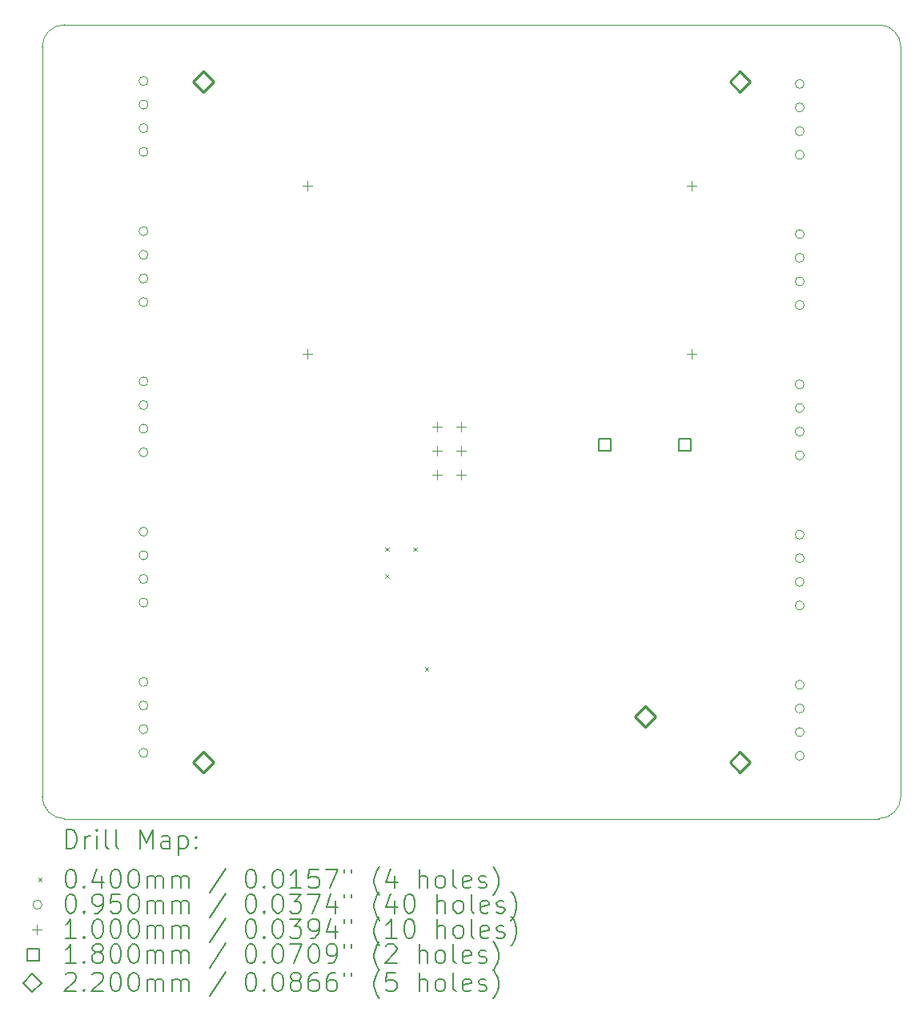
<source format=gbr>
%FSLAX45Y45*%
G04 Gerber Fmt 4.5, Leading zero omitted, Abs format (unit mm)*
G04 Created by KiCad (PCBNEW (6.0.6)) date 2022-12-02 00:17:38*
%MOMM*%
%LPD*%
G01*
G04 APERTURE LIST*
%TA.AperFunction,Profile*%
%ADD10C,0.100000*%
%TD*%
%ADD11C,0.200000*%
%ADD12C,0.040000*%
%ADD13C,0.095000*%
%ADD14C,0.100000*%
%ADD15C,0.180000*%
%ADD16C,0.220000*%
G04 APERTURE END LIST*
D10*
X19150000Y-14476680D02*
X10537520Y-14476680D01*
X10537520Y-6080480D02*
X19150000Y-6080480D01*
X19150000Y-14476680D02*
G75*
G03*
X19383680Y-14243000I0J233680D01*
G01*
X19383680Y-6314160D02*
G75*
G03*
X19150000Y-6080480I-233680J0D01*
G01*
X10303840Y-14243000D02*
X10303840Y-6314160D01*
X19383680Y-6314160D02*
X19383680Y-14243000D01*
X10303840Y-14243000D02*
G75*
G03*
X10537520Y-14476680I233680J0D01*
G01*
X10537520Y-6080480D02*
G75*
G03*
X10303840Y-6314160I0J-233680D01*
G01*
D11*
D12*
X13932220Y-11607180D02*
X13972220Y-11647180D01*
X13972220Y-11607180D02*
X13932220Y-11647180D01*
X13932220Y-11890060D02*
X13972220Y-11930060D01*
X13972220Y-11890060D02*
X13932220Y-11930060D01*
X14225260Y-11607180D02*
X14265260Y-11647180D01*
X14265260Y-11607180D02*
X14225260Y-11647180D01*
X14348780Y-12875580D02*
X14388780Y-12915580D01*
X14388780Y-12875580D02*
X14348780Y-12915580D01*
D13*
X11421620Y-6675120D02*
G75*
G03*
X11421620Y-6675120I-47500J0D01*
G01*
X11421620Y-6925120D02*
G75*
G03*
X11421620Y-6925120I-47500J0D01*
G01*
X11421620Y-7175120D02*
G75*
G03*
X11421620Y-7175120I-47500J0D01*
G01*
X11421620Y-7425120D02*
G75*
G03*
X11421620Y-7425120I-47500J0D01*
G01*
X11421620Y-8263890D02*
G75*
G03*
X11421620Y-8263890I-47500J0D01*
G01*
X11421620Y-8513890D02*
G75*
G03*
X11421620Y-8513890I-47500J0D01*
G01*
X11421620Y-8763890D02*
G75*
G03*
X11421620Y-8763890I-47500J0D01*
G01*
X11421620Y-9013890D02*
G75*
G03*
X11421620Y-9013890I-47500J0D01*
G01*
X11421620Y-9852660D02*
G75*
G03*
X11421620Y-9852660I-47500J0D01*
G01*
X11421620Y-10102660D02*
G75*
G03*
X11421620Y-10102660I-47500J0D01*
G01*
X11421620Y-10352660D02*
G75*
G03*
X11421620Y-10352660I-47500J0D01*
G01*
X11421620Y-10602660D02*
G75*
G03*
X11421620Y-10602660I-47500J0D01*
G01*
X11421620Y-11441430D02*
G75*
G03*
X11421620Y-11441430I-47500J0D01*
G01*
X11421620Y-11691430D02*
G75*
G03*
X11421620Y-11691430I-47500J0D01*
G01*
X11421620Y-11941430D02*
G75*
G03*
X11421620Y-11941430I-47500J0D01*
G01*
X11421620Y-12191430D02*
G75*
G03*
X11421620Y-12191430I-47500J0D01*
G01*
X11421620Y-13030200D02*
G75*
G03*
X11421620Y-13030200I-47500J0D01*
G01*
X11421620Y-13280200D02*
G75*
G03*
X11421620Y-13280200I-47500J0D01*
G01*
X11421620Y-13530200D02*
G75*
G03*
X11421620Y-13530200I-47500J0D01*
G01*
X11421620Y-13780200D02*
G75*
G03*
X11421620Y-13780200I-47500J0D01*
G01*
X18361340Y-6706520D02*
G75*
G03*
X18361340Y-6706520I-47500J0D01*
G01*
X18361340Y-6956520D02*
G75*
G03*
X18361340Y-6956520I-47500J0D01*
G01*
X18361340Y-7206520D02*
G75*
G03*
X18361340Y-7206520I-47500J0D01*
G01*
X18361340Y-7456520D02*
G75*
G03*
X18361340Y-7456520I-47500J0D01*
G01*
X18361340Y-8295290D02*
G75*
G03*
X18361340Y-8295290I-47500J0D01*
G01*
X18361340Y-8545290D02*
G75*
G03*
X18361340Y-8545290I-47500J0D01*
G01*
X18361340Y-8795290D02*
G75*
G03*
X18361340Y-8795290I-47500J0D01*
G01*
X18361340Y-9045290D02*
G75*
G03*
X18361340Y-9045290I-47500J0D01*
G01*
X18361340Y-9884060D02*
G75*
G03*
X18361340Y-9884060I-47500J0D01*
G01*
X18361340Y-10134060D02*
G75*
G03*
X18361340Y-10134060I-47500J0D01*
G01*
X18361340Y-10384060D02*
G75*
G03*
X18361340Y-10384060I-47500J0D01*
G01*
X18361340Y-10634060D02*
G75*
G03*
X18361340Y-10634060I-47500J0D01*
G01*
X18361340Y-11472830D02*
G75*
G03*
X18361340Y-11472830I-47500J0D01*
G01*
X18361340Y-11722830D02*
G75*
G03*
X18361340Y-11722830I-47500J0D01*
G01*
X18361340Y-11972830D02*
G75*
G03*
X18361340Y-11972830I-47500J0D01*
G01*
X18361340Y-12222830D02*
G75*
G03*
X18361340Y-12222830I-47500J0D01*
G01*
X18361340Y-13061600D02*
G75*
G03*
X18361340Y-13061600I-47500J0D01*
G01*
X18361340Y-13311600D02*
G75*
G03*
X18361340Y-13311600I-47500J0D01*
G01*
X18361340Y-13561600D02*
G75*
G03*
X18361340Y-13561600I-47500J0D01*
G01*
X18361340Y-13811600D02*
G75*
G03*
X18361340Y-13811600I-47500J0D01*
G01*
D14*
X13106400Y-7732560D02*
X13106400Y-7832560D01*
X13056400Y-7782560D02*
X13156400Y-7782560D01*
X13106400Y-9510560D02*
X13106400Y-9610560D01*
X13056400Y-9560560D02*
X13156400Y-9560560D01*
X14478000Y-10285260D02*
X14478000Y-10385260D01*
X14428000Y-10335260D02*
X14528000Y-10335260D01*
X14478000Y-10539260D02*
X14478000Y-10639260D01*
X14428000Y-10589260D02*
X14528000Y-10589260D01*
X14478000Y-10793260D02*
X14478000Y-10893260D01*
X14428000Y-10843260D02*
X14528000Y-10843260D01*
X14732000Y-10285260D02*
X14732000Y-10385260D01*
X14682000Y-10335260D02*
X14782000Y-10335260D01*
X14732000Y-10539260D02*
X14732000Y-10639260D01*
X14682000Y-10589260D02*
X14782000Y-10589260D01*
X14732000Y-10793260D02*
X14732000Y-10893260D01*
X14682000Y-10843260D02*
X14782000Y-10843260D01*
X17170400Y-7732560D02*
X17170400Y-7832560D01*
X17120400Y-7782560D02*
X17220400Y-7782560D01*
X17170400Y-9510560D02*
X17170400Y-9610560D01*
X17120400Y-9560560D02*
X17220400Y-9560560D01*
D15*
X16314560Y-10589680D02*
X16314560Y-10462400D01*
X16187280Y-10462400D01*
X16187280Y-10589680D01*
X16314560Y-10589680D01*
X17165160Y-10589680D02*
X17165160Y-10462400D01*
X17037880Y-10462400D01*
X17037880Y-10589680D01*
X17165160Y-10589680D01*
D16*
X12003840Y-6790480D02*
X12113840Y-6680480D01*
X12003840Y-6570480D01*
X11893840Y-6680480D01*
X12003840Y-6790480D01*
X12003840Y-13986680D02*
X12113840Y-13876680D01*
X12003840Y-13766680D01*
X11893840Y-13876680D01*
X12003840Y-13986680D01*
X16677640Y-13504640D02*
X16787640Y-13394640D01*
X16677640Y-13284640D01*
X16567640Y-13394640D01*
X16677640Y-13504640D01*
X17683680Y-6790480D02*
X17793680Y-6680480D01*
X17683680Y-6570480D01*
X17573680Y-6680480D01*
X17683680Y-6790480D01*
X17683680Y-13986680D02*
X17793680Y-13876680D01*
X17683680Y-13766680D01*
X17573680Y-13876680D01*
X17683680Y-13986680D01*
D11*
X10556459Y-14792156D02*
X10556459Y-14592156D01*
X10604078Y-14592156D01*
X10632650Y-14601680D01*
X10651697Y-14620728D01*
X10661221Y-14639775D01*
X10670745Y-14677870D01*
X10670745Y-14706442D01*
X10661221Y-14744537D01*
X10651697Y-14763585D01*
X10632650Y-14782632D01*
X10604078Y-14792156D01*
X10556459Y-14792156D01*
X10756459Y-14792156D02*
X10756459Y-14658823D01*
X10756459Y-14696918D02*
X10765983Y-14677870D01*
X10775507Y-14668347D01*
X10794554Y-14658823D01*
X10813602Y-14658823D01*
X10880269Y-14792156D02*
X10880269Y-14658823D01*
X10880269Y-14592156D02*
X10870745Y-14601680D01*
X10880269Y-14611204D01*
X10889792Y-14601680D01*
X10880269Y-14592156D01*
X10880269Y-14611204D01*
X11004078Y-14792156D02*
X10985030Y-14782632D01*
X10975507Y-14763585D01*
X10975507Y-14592156D01*
X11108840Y-14792156D02*
X11089792Y-14782632D01*
X11080269Y-14763585D01*
X11080269Y-14592156D01*
X11337411Y-14792156D02*
X11337411Y-14592156D01*
X11404078Y-14735013D01*
X11470745Y-14592156D01*
X11470745Y-14792156D01*
X11651697Y-14792156D02*
X11651697Y-14687394D01*
X11642173Y-14668347D01*
X11623126Y-14658823D01*
X11585030Y-14658823D01*
X11565983Y-14668347D01*
X11651697Y-14782632D02*
X11632649Y-14792156D01*
X11585030Y-14792156D01*
X11565983Y-14782632D01*
X11556459Y-14763585D01*
X11556459Y-14744537D01*
X11565983Y-14725489D01*
X11585030Y-14715966D01*
X11632649Y-14715966D01*
X11651697Y-14706442D01*
X11746935Y-14658823D02*
X11746935Y-14858823D01*
X11746935Y-14668347D02*
X11765983Y-14658823D01*
X11804078Y-14658823D01*
X11823126Y-14668347D01*
X11832649Y-14677870D01*
X11842173Y-14696918D01*
X11842173Y-14754061D01*
X11832649Y-14773108D01*
X11823126Y-14782632D01*
X11804078Y-14792156D01*
X11765983Y-14792156D01*
X11746935Y-14782632D01*
X11927888Y-14773108D02*
X11937411Y-14782632D01*
X11927888Y-14792156D01*
X11918364Y-14782632D01*
X11927888Y-14773108D01*
X11927888Y-14792156D01*
X11927888Y-14668347D02*
X11937411Y-14677870D01*
X11927888Y-14687394D01*
X11918364Y-14677870D01*
X11927888Y-14668347D01*
X11927888Y-14687394D01*
D12*
X10258840Y-15101680D02*
X10298840Y-15141680D01*
X10298840Y-15101680D02*
X10258840Y-15141680D01*
D11*
X10594554Y-15012156D02*
X10613602Y-15012156D01*
X10632650Y-15021680D01*
X10642173Y-15031204D01*
X10651697Y-15050251D01*
X10661221Y-15088347D01*
X10661221Y-15135966D01*
X10651697Y-15174061D01*
X10642173Y-15193108D01*
X10632650Y-15202632D01*
X10613602Y-15212156D01*
X10594554Y-15212156D01*
X10575507Y-15202632D01*
X10565983Y-15193108D01*
X10556459Y-15174061D01*
X10546935Y-15135966D01*
X10546935Y-15088347D01*
X10556459Y-15050251D01*
X10565983Y-15031204D01*
X10575507Y-15021680D01*
X10594554Y-15012156D01*
X10746935Y-15193108D02*
X10756459Y-15202632D01*
X10746935Y-15212156D01*
X10737411Y-15202632D01*
X10746935Y-15193108D01*
X10746935Y-15212156D01*
X10927888Y-15078823D02*
X10927888Y-15212156D01*
X10880269Y-15002632D02*
X10832650Y-15145489D01*
X10956459Y-15145489D01*
X11070745Y-15012156D02*
X11089792Y-15012156D01*
X11108840Y-15021680D01*
X11118364Y-15031204D01*
X11127888Y-15050251D01*
X11137411Y-15088347D01*
X11137411Y-15135966D01*
X11127888Y-15174061D01*
X11118364Y-15193108D01*
X11108840Y-15202632D01*
X11089792Y-15212156D01*
X11070745Y-15212156D01*
X11051697Y-15202632D01*
X11042173Y-15193108D01*
X11032650Y-15174061D01*
X11023126Y-15135966D01*
X11023126Y-15088347D01*
X11032650Y-15050251D01*
X11042173Y-15031204D01*
X11051697Y-15021680D01*
X11070745Y-15012156D01*
X11261221Y-15012156D02*
X11280268Y-15012156D01*
X11299316Y-15021680D01*
X11308840Y-15031204D01*
X11318364Y-15050251D01*
X11327888Y-15088347D01*
X11327888Y-15135966D01*
X11318364Y-15174061D01*
X11308840Y-15193108D01*
X11299316Y-15202632D01*
X11280268Y-15212156D01*
X11261221Y-15212156D01*
X11242173Y-15202632D01*
X11232649Y-15193108D01*
X11223126Y-15174061D01*
X11213602Y-15135966D01*
X11213602Y-15088347D01*
X11223126Y-15050251D01*
X11232649Y-15031204D01*
X11242173Y-15021680D01*
X11261221Y-15012156D01*
X11413602Y-15212156D02*
X11413602Y-15078823D01*
X11413602Y-15097870D02*
X11423126Y-15088347D01*
X11442173Y-15078823D01*
X11470745Y-15078823D01*
X11489792Y-15088347D01*
X11499316Y-15107394D01*
X11499316Y-15212156D01*
X11499316Y-15107394D02*
X11508840Y-15088347D01*
X11527888Y-15078823D01*
X11556459Y-15078823D01*
X11575507Y-15088347D01*
X11585030Y-15107394D01*
X11585030Y-15212156D01*
X11680268Y-15212156D02*
X11680268Y-15078823D01*
X11680268Y-15097870D02*
X11689792Y-15088347D01*
X11708840Y-15078823D01*
X11737411Y-15078823D01*
X11756459Y-15088347D01*
X11765983Y-15107394D01*
X11765983Y-15212156D01*
X11765983Y-15107394D02*
X11775507Y-15088347D01*
X11794554Y-15078823D01*
X11823126Y-15078823D01*
X11842173Y-15088347D01*
X11851697Y-15107394D01*
X11851697Y-15212156D01*
X12242173Y-15002632D02*
X12070745Y-15259775D01*
X12499316Y-15012156D02*
X12518364Y-15012156D01*
X12537411Y-15021680D01*
X12546935Y-15031204D01*
X12556459Y-15050251D01*
X12565983Y-15088347D01*
X12565983Y-15135966D01*
X12556459Y-15174061D01*
X12546935Y-15193108D01*
X12537411Y-15202632D01*
X12518364Y-15212156D01*
X12499316Y-15212156D01*
X12480268Y-15202632D01*
X12470745Y-15193108D01*
X12461221Y-15174061D01*
X12451697Y-15135966D01*
X12451697Y-15088347D01*
X12461221Y-15050251D01*
X12470745Y-15031204D01*
X12480268Y-15021680D01*
X12499316Y-15012156D01*
X12651697Y-15193108D02*
X12661221Y-15202632D01*
X12651697Y-15212156D01*
X12642173Y-15202632D01*
X12651697Y-15193108D01*
X12651697Y-15212156D01*
X12785030Y-15012156D02*
X12804078Y-15012156D01*
X12823126Y-15021680D01*
X12832649Y-15031204D01*
X12842173Y-15050251D01*
X12851697Y-15088347D01*
X12851697Y-15135966D01*
X12842173Y-15174061D01*
X12832649Y-15193108D01*
X12823126Y-15202632D01*
X12804078Y-15212156D01*
X12785030Y-15212156D01*
X12765983Y-15202632D01*
X12756459Y-15193108D01*
X12746935Y-15174061D01*
X12737411Y-15135966D01*
X12737411Y-15088347D01*
X12746935Y-15050251D01*
X12756459Y-15031204D01*
X12765983Y-15021680D01*
X12785030Y-15012156D01*
X13042173Y-15212156D02*
X12927888Y-15212156D01*
X12985030Y-15212156D02*
X12985030Y-15012156D01*
X12965983Y-15040728D01*
X12946935Y-15059775D01*
X12927888Y-15069299D01*
X13223126Y-15012156D02*
X13127888Y-15012156D01*
X13118364Y-15107394D01*
X13127888Y-15097870D01*
X13146935Y-15088347D01*
X13194554Y-15088347D01*
X13213602Y-15097870D01*
X13223126Y-15107394D01*
X13232649Y-15126442D01*
X13232649Y-15174061D01*
X13223126Y-15193108D01*
X13213602Y-15202632D01*
X13194554Y-15212156D01*
X13146935Y-15212156D01*
X13127888Y-15202632D01*
X13118364Y-15193108D01*
X13299316Y-15012156D02*
X13432649Y-15012156D01*
X13346935Y-15212156D01*
X13499316Y-15012156D02*
X13499316Y-15050251D01*
X13575507Y-15012156D02*
X13575507Y-15050251D01*
X13870745Y-15288347D02*
X13861221Y-15278823D01*
X13842173Y-15250251D01*
X13832649Y-15231204D01*
X13823126Y-15202632D01*
X13813602Y-15155013D01*
X13813602Y-15116918D01*
X13823126Y-15069299D01*
X13832649Y-15040728D01*
X13842173Y-15021680D01*
X13861221Y-14993108D01*
X13870745Y-14983585D01*
X14032649Y-15078823D02*
X14032649Y-15212156D01*
X13985030Y-15002632D02*
X13937411Y-15145489D01*
X14061221Y-15145489D01*
X14289792Y-15212156D02*
X14289792Y-15012156D01*
X14375507Y-15212156D02*
X14375507Y-15107394D01*
X14365983Y-15088347D01*
X14346935Y-15078823D01*
X14318364Y-15078823D01*
X14299316Y-15088347D01*
X14289792Y-15097870D01*
X14499316Y-15212156D02*
X14480268Y-15202632D01*
X14470745Y-15193108D01*
X14461221Y-15174061D01*
X14461221Y-15116918D01*
X14470745Y-15097870D01*
X14480268Y-15088347D01*
X14499316Y-15078823D01*
X14527888Y-15078823D01*
X14546935Y-15088347D01*
X14556459Y-15097870D01*
X14565983Y-15116918D01*
X14565983Y-15174061D01*
X14556459Y-15193108D01*
X14546935Y-15202632D01*
X14527888Y-15212156D01*
X14499316Y-15212156D01*
X14680268Y-15212156D02*
X14661221Y-15202632D01*
X14651697Y-15183585D01*
X14651697Y-15012156D01*
X14832649Y-15202632D02*
X14813602Y-15212156D01*
X14775507Y-15212156D01*
X14756459Y-15202632D01*
X14746935Y-15183585D01*
X14746935Y-15107394D01*
X14756459Y-15088347D01*
X14775507Y-15078823D01*
X14813602Y-15078823D01*
X14832649Y-15088347D01*
X14842173Y-15107394D01*
X14842173Y-15126442D01*
X14746935Y-15145489D01*
X14918364Y-15202632D02*
X14937411Y-15212156D01*
X14975507Y-15212156D01*
X14994554Y-15202632D01*
X15004078Y-15183585D01*
X15004078Y-15174061D01*
X14994554Y-15155013D01*
X14975507Y-15145489D01*
X14946935Y-15145489D01*
X14927888Y-15135966D01*
X14918364Y-15116918D01*
X14918364Y-15107394D01*
X14927888Y-15088347D01*
X14946935Y-15078823D01*
X14975507Y-15078823D01*
X14994554Y-15088347D01*
X15070745Y-15288347D02*
X15080268Y-15278823D01*
X15099316Y-15250251D01*
X15108840Y-15231204D01*
X15118364Y-15202632D01*
X15127888Y-15155013D01*
X15127888Y-15116918D01*
X15118364Y-15069299D01*
X15108840Y-15040728D01*
X15099316Y-15021680D01*
X15080268Y-14993108D01*
X15070745Y-14983585D01*
D13*
X10298840Y-15385680D02*
G75*
G03*
X10298840Y-15385680I-47500J0D01*
G01*
D11*
X10594554Y-15276156D02*
X10613602Y-15276156D01*
X10632650Y-15285680D01*
X10642173Y-15295204D01*
X10651697Y-15314251D01*
X10661221Y-15352347D01*
X10661221Y-15399966D01*
X10651697Y-15438061D01*
X10642173Y-15457108D01*
X10632650Y-15466632D01*
X10613602Y-15476156D01*
X10594554Y-15476156D01*
X10575507Y-15466632D01*
X10565983Y-15457108D01*
X10556459Y-15438061D01*
X10546935Y-15399966D01*
X10546935Y-15352347D01*
X10556459Y-15314251D01*
X10565983Y-15295204D01*
X10575507Y-15285680D01*
X10594554Y-15276156D01*
X10746935Y-15457108D02*
X10756459Y-15466632D01*
X10746935Y-15476156D01*
X10737411Y-15466632D01*
X10746935Y-15457108D01*
X10746935Y-15476156D01*
X10851697Y-15476156D02*
X10889792Y-15476156D01*
X10908840Y-15466632D01*
X10918364Y-15457108D01*
X10937411Y-15428537D01*
X10946935Y-15390442D01*
X10946935Y-15314251D01*
X10937411Y-15295204D01*
X10927888Y-15285680D01*
X10908840Y-15276156D01*
X10870745Y-15276156D01*
X10851697Y-15285680D01*
X10842173Y-15295204D01*
X10832650Y-15314251D01*
X10832650Y-15361870D01*
X10842173Y-15380918D01*
X10851697Y-15390442D01*
X10870745Y-15399966D01*
X10908840Y-15399966D01*
X10927888Y-15390442D01*
X10937411Y-15380918D01*
X10946935Y-15361870D01*
X11127888Y-15276156D02*
X11032650Y-15276156D01*
X11023126Y-15371394D01*
X11032650Y-15361870D01*
X11051697Y-15352347D01*
X11099316Y-15352347D01*
X11118364Y-15361870D01*
X11127888Y-15371394D01*
X11137411Y-15390442D01*
X11137411Y-15438061D01*
X11127888Y-15457108D01*
X11118364Y-15466632D01*
X11099316Y-15476156D01*
X11051697Y-15476156D01*
X11032650Y-15466632D01*
X11023126Y-15457108D01*
X11261221Y-15276156D02*
X11280268Y-15276156D01*
X11299316Y-15285680D01*
X11308840Y-15295204D01*
X11318364Y-15314251D01*
X11327888Y-15352347D01*
X11327888Y-15399966D01*
X11318364Y-15438061D01*
X11308840Y-15457108D01*
X11299316Y-15466632D01*
X11280268Y-15476156D01*
X11261221Y-15476156D01*
X11242173Y-15466632D01*
X11232649Y-15457108D01*
X11223126Y-15438061D01*
X11213602Y-15399966D01*
X11213602Y-15352347D01*
X11223126Y-15314251D01*
X11232649Y-15295204D01*
X11242173Y-15285680D01*
X11261221Y-15276156D01*
X11413602Y-15476156D02*
X11413602Y-15342823D01*
X11413602Y-15361870D02*
X11423126Y-15352347D01*
X11442173Y-15342823D01*
X11470745Y-15342823D01*
X11489792Y-15352347D01*
X11499316Y-15371394D01*
X11499316Y-15476156D01*
X11499316Y-15371394D02*
X11508840Y-15352347D01*
X11527888Y-15342823D01*
X11556459Y-15342823D01*
X11575507Y-15352347D01*
X11585030Y-15371394D01*
X11585030Y-15476156D01*
X11680268Y-15476156D02*
X11680268Y-15342823D01*
X11680268Y-15361870D02*
X11689792Y-15352347D01*
X11708840Y-15342823D01*
X11737411Y-15342823D01*
X11756459Y-15352347D01*
X11765983Y-15371394D01*
X11765983Y-15476156D01*
X11765983Y-15371394D02*
X11775507Y-15352347D01*
X11794554Y-15342823D01*
X11823126Y-15342823D01*
X11842173Y-15352347D01*
X11851697Y-15371394D01*
X11851697Y-15476156D01*
X12242173Y-15266632D02*
X12070745Y-15523775D01*
X12499316Y-15276156D02*
X12518364Y-15276156D01*
X12537411Y-15285680D01*
X12546935Y-15295204D01*
X12556459Y-15314251D01*
X12565983Y-15352347D01*
X12565983Y-15399966D01*
X12556459Y-15438061D01*
X12546935Y-15457108D01*
X12537411Y-15466632D01*
X12518364Y-15476156D01*
X12499316Y-15476156D01*
X12480268Y-15466632D01*
X12470745Y-15457108D01*
X12461221Y-15438061D01*
X12451697Y-15399966D01*
X12451697Y-15352347D01*
X12461221Y-15314251D01*
X12470745Y-15295204D01*
X12480268Y-15285680D01*
X12499316Y-15276156D01*
X12651697Y-15457108D02*
X12661221Y-15466632D01*
X12651697Y-15476156D01*
X12642173Y-15466632D01*
X12651697Y-15457108D01*
X12651697Y-15476156D01*
X12785030Y-15276156D02*
X12804078Y-15276156D01*
X12823126Y-15285680D01*
X12832649Y-15295204D01*
X12842173Y-15314251D01*
X12851697Y-15352347D01*
X12851697Y-15399966D01*
X12842173Y-15438061D01*
X12832649Y-15457108D01*
X12823126Y-15466632D01*
X12804078Y-15476156D01*
X12785030Y-15476156D01*
X12765983Y-15466632D01*
X12756459Y-15457108D01*
X12746935Y-15438061D01*
X12737411Y-15399966D01*
X12737411Y-15352347D01*
X12746935Y-15314251D01*
X12756459Y-15295204D01*
X12765983Y-15285680D01*
X12785030Y-15276156D01*
X12918364Y-15276156D02*
X13042173Y-15276156D01*
X12975507Y-15352347D01*
X13004078Y-15352347D01*
X13023126Y-15361870D01*
X13032649Y-15371394D01*
X13042173Y-15390442D01*
X13042173Y-15438061D01*
X13032649Y-15457108D01*
X13023126Y-15466632D01*
X13004078Y-15476156D01*
X12946935Y-15476156D01*
X12927888Y-15466632D01*
X12918364Y-15457108D01*
X13108840Y-15276156D02*
X13242173Y-15276156D01*
X13156459Y-15476156D01*
X13404078Y-15342823D02*
X13404078Y-15476156D01*
X13356459Y-15266632D02*
X13308840Y-15409489D01*
X13432649Y-15409489D01*
X13499316Y-15276156D02*
X13499316Y-15314251D01*
X13575507Y-15276156D02*
X13575507Y-15314251D01*
X13870745Y-15552347D02*
X13861221Y-15542823D01*
X13842173Y-15514251D01*
X13832649Y-15495204D01*
X13823126Y-15466632D01*
X13813602Y-15419013D01*
X13813602Y-15380918D01*
X13823126Y-15333299D01*
X13832649Y-15304728D01*
X13842173Y-15285680D01*
X13861221Y-15257108D01*
X13870745Y-15247585D01*
X14032649Y-15342823D02*
X14032649Y-15476156D01*
X13985030Y-15266632D02*
X13937411Y-15409489D01*
X14061221Y-15409489D01*
X14175507Y-15276156D02*
X14194554Y-15276156D01*
X14213602Y-15285680D01*
X14223126Y-15295204D01*
X14232649Y-15314251D01*
X14242173Y-15352347D01*
X14242173Y-15399966D01*
X14232649Y-15438061D01*
X14223126Y-15457108D01*
X14213602Y-15466632D01*
X14194554Y-15476156D01*
X14175507Y-15476156D01*
X14156459Y-15466632D01*
X14146935Y-15457108D01*
X14137411Y-15438061D01*
X14127888Y-15399966D01*
X14127888Y-15352347D01*
X14137411Y-15314251D01*
X14146935Y-15295204D01*
X14156459Y-15285680D01*
X14175507Y-15276156D01*
X14480268Y-15476156D02*
X14480268Y-15276156D01*
X14565983Y-15476156D02*
X14565983Y-15371394D01*
X14556459Y-15352347D01*
X14537411Y-15342823D01*
X14508840Y-15342823D01*
X14489792Y-15352347D01*
X14480268Y-15361870D01*
X14689792Y-15476156D02*
X14670745Y-15466632D01*
X14661221Y-15457108D01*
X14651697Y-15438061D01*
X14651697Y-15380918D01*
X14661221Y-15361870D01*
X14670745Y-15352347D01*
X14689792Y-15342823D01*
X14718364Y-15342823D01*
X14737411Y-15352347D01*
X14746935Y-15361870D01*
X14756459Y-15380918D01*
X14756459Y-15438061D01*
X14746935Y-15457108D01*
X14737411Y-15466632D01*
X14718364Y-15476156D01*
X14689792Y-15476156D01*
X14870745Y-15476156D02*
X14851697Y-15466632D01*
X14842173Y-15447585D01*
X14842173Y-15276156D01*
X15023126Y-15466632D02*
X15004078Y-15476156D01*
X14965983Y-15476156D01*
X14946935Y-15466632D01*
X14937411Y-15447585D01*
X14937411Y-15371394D01*
X14946935Y-15352347D01*
X14965983Y-15342823D01*
X15004078Y-15342823D01*
X15023126Y-15352347D01*
X15032649Y-15371394D01*
X15032649Y-15390442D01*
X14937411Y-15409489D01*
X15108840Y-15466632D02*
X15127888Y-15476156D01*
X15165983Y-15476156D01*
X15185030Y-15466632D01*
X15194554Y-15447585D01*
X15194554Y-15438061D01*
X15185030Y-15419013D01*
X15165983Y-15409489D01*
X15137411Y-15409489D01*
X15118364Y-15399966D01*
X15108840Y-15380918D01*
X15108840Y-15371394D01*
X15118364Y-15352347D01*
X15137411Y-15342823D01*
X15165983Y-15342823D01*
X15185030Y-15352347D01*
X15261221Y-15552347D02*
X15270745Y-15542823D01*
X15289792Y-15514251D01*
X15299316Y-15495204D01*
X15308840Y-15466632D01*
X15318364Y-15419013D01*
X15318364Y-15380918D01*
X15308840Y-15333299D01*
X15299316Y-15304728D01*
X15289792Y-15285680D01*
X15270745Y-15257108D01*
X15261221Y-15247585D01*
D14*
X10248840Y-15599680D02*
X10248840Y-15699680D01*
X10198840Y-15649680D02*
X10298840Y-15649680D01*
D11*
X10661221Y-15740156D02*
X10546935Y-15740156D01*
X10604078Y-15740156D02*
X10604078Y-15540156D01*
X10585030Y-15568728D01*
X10565983Y-15587775D01*
X10546935Y-15597299D01*
X10746935Y-15721108D02*
X10756459Y-15730632D01*
X10746935Y-15740156D01*
X10737411Y-15730632D01*
X10746935Y-15721108D01*
X10746935Y-15740156D01*
X10880269Y-15540156D02*
X10899316Y-15540156D01*
X10918364Y-15549680D01*
X10927888Y-15559204D01*
X10937411Y-15578251D01*
X10946935Y-15616347D01*
X10946935Y-15663966D01*
X10937411Y-15702061D01*
X10927888Y-15721108D01*
X10918364Y-15730632D01*
X10899316Y-15740156D01*
X10880269Y-15740156D01*
X10861221Y-15730632D01*
X10851697Y-15721108D01*
X10842173Y-15702061D01*
X10832650Y-15663966D01*
X10832650Y-15616347D01*
X10842173Y-15578251D01*
X10851697Y-15559204D01*
X10861221Y-15549680D01*
X10880269Y-15540156D01*
X11070745Y-15540156D02*
X11089792Y-15540156D01*
X11108840Y-15549680D01*
X11118364Y-15559204D01*
X11127888Y-15578251D01*
X11137411Y-15616347D01*
X11137411Y-15663966D01*
X11127888Y-15702061D01*
X11118364Y-15721108D01*
X11108840Y-15730632D01*
X11089792Y-15740156D01*
X11070745Y-15740156D01*
X11051697Y-15730632D01*
X11042173Y-15721108D01*
X11032650Y-15702061D01*
X11023126Y-15663966D01*
X11023126Y-15616347D01*
X11032650Y-15578251D01*
X11042173Y-15559204D01*
X11051697Y-15549680D01*
X11070745Y-15540156D01*
X11261221Y-15540156D02*
X11280268Y-15540156D01*
X11299316Y-15549680D01*
X11308840Y-15559204D01*
X11318364Y-15578251D01*
X11327888Y-15616347D01*
X11327888Y-15663966D01*
X11318364Y-15702061D01*
X11308840Y-15721108D01*
X11299316Y-15730632D01*
X11280268Y-15740156D01*
X11261221Y-15740156D01*
X11242173Y-15730632D01*
X11232649Y-15721108D01*
X11223126Y-15702061D01*
X11213602Y-15663966D01*
X11213602Y-15616347D01*
X11223126Y-15578251D01*
X11232649Y-15559204D01*
X11242173Y-15549680D01*
X11261221Y-15540156D01*
X11413602Y-15740156D02*
X11413602Y-15606823D01*
X11413602Y-15625870D02*
X11423126Y-15616347D01*
X11442173Y-15606823D01*
X11470745Y-15606823D01*
X11489792Y-15616347D01*
X11499316Y-15635394D01*
X11499316Y-15740156D01*
X11499316Y-15635394D02*
X11508840Y-15616347D01*
X11527888Y-15606823D01*
X11556459Y-15606823D01*
X11575507Y-15616347D01*
X11585030Y-15635394D01*
X11585030Y-15740156D01*
X11680268Y-15740156D02*
X11680268Y-15606823D01*
X11680268Y-15625870D02*
X11689792Y-15616347D01*
X11708840Y-15606823D01*
X11737411Y-15606823D01*
X11756459Y-15616347D01*
X11765983Y-15635394D01*
X11765983Y-15740156D01*
X11765983Y-15635394D02*
X11775507Y-15616347D01*
X11794554Y-15606823D01*
X11823126Y-15606823D01*
X11842173Y-15616347D01*
X11851697Y-15635394D01*
X11851697Y-15740156D01*
X12242173Y-15530632D02*
X12070745Y-15787775D01*
X12499316Y-15540156D02*
X12518364Y-15540156D01*
X12537411Y-15549680D01*
X12546935Y-15559204D01*
X12556459Y-15578251D01*
X12565983Y-15616347D01*
X12565983Y-15663966D01*
X12556459Y-15702061D01*
X12546935Y-15721108D01*
X12537411Y-15730632D01*
X12518364Y-15740156D01*
X12499316Y-15740156D01*
X12480268Y-15730632D01*
X12470745Y-15721108D01*
X12461221Y-15702061D01*
X12451697Y-15663966D01*
X12451697Y-15616347D01*
X12461221Y-15578251D01*
X12470745Y-15559204D01*
X12480268Y-15549680D01*
X12499316Y-15540156D01*
X12651697Y-15721108D02*
X12661221Y-15730632D01*
X12651697Y-15740156D01*
X12642173Y-15730632D01*
X12651697Y-15721108D01*
X12651697Y-15740156D01*
X12785030Y-15540156D02*
X12804078Y-15540156D01*
X12823126Y-15549680D01*
X12832649Y-15559204D01*
X12842173Y-15578251D01*
X12851697Y-15616347D01*
X12851697Y-15663966D01*
X12842173Y-15702061D01*
X12832649Y-15721108D01*
X12823126Y-15730632D01*
X12804078Y-15740156D01*
X12785030Y-15740156D01*
X12765983Y-15730632D01*
X12756459Y-15721108D01*
X12746935Y-15702061D01*
X12737411Y-15663966D01*
X12737411Y-15616347D01*
X12746935Y-15578251D01*
X12756459Y-15559204D01*
X12765983Y-15549680D01*
X12785030Y-15540156D01*
X12918364Y-15540156D02*
X13042173Y-15540156D01*
X12975507Y-15616347D01*
X13004078Y-15616347D01*
X13023126Y-15625870D01*
X13032649Y-15635394D01*
X13042173Y-15654442D01*
X13042173Y-15702061D01*
X13032649Y-15721108D01*
X13023126Y-15730632D01*
X13004078Y-15740156D01*
X12946935Y-15740156D01*
X12927888Y-15730632D01*
X12918364Y-15721108D01*
X13137411Y-15740156D02*
X13175507Y-15740156D01*
X13194554Y-15730632D01*
X13204078Y-15721108D01*
X13223126Y-15692537D01*
X13232649Y-15654442D01*
X13232649Y-15578251D01*
X13223126Y-15559204D01*
X13213602Y-15549680D01*
X13194554Y-15540156D01*
X13156459Y-15540156D01*
X13137411Y-15549680D01*
X13127888Y-15559204D01*
X13118364Y-15578251D01*
X13118364Y-15625870D01*
X13127888Y-15644918D01*
X13137411Y-15654442D01*
X13156459Y-15663966D01*
X13194554Y-15663966D01*
X13213602Y-15654442D01*
X13223126Y-15644918D01*
X13232649Y-15625870D01*
X13404078Y-15606823D02*
X13404078Y-15740156D01*
X13356459Y-15530632D02*
X13308840Y-15673489D01*
X13432649Y-15673489D01*
X13499316Y-15540156D02*
X13499316Y-15578251D01*
X13575507Y-15540156D02*
X13575507Y-15578251D01*
X13870745Y-15816347D02*
X13861221Y-15806823D01*
X13842173Y-15778251D01*
X13832649Y-15759204D01*
X13823126Y-15730632D01*
X13813602Y-15683013D01*
X13813602Y-15644918D01*
X13823126Y-15597299D01*
X13832649Y-15568728D01*
X13842173Y-15549680D01*
X13861221Y-15521108D01*
X13870745Y-15511585D01*
X14051697Y-15740156D02*
X13937411Y-15740156D01*
X13994554Y-15740156D02*
X13994554Y-15540156D01*
X13975507Y-15568728D01*
X13956459Y-15587775D01*
X13937411Y-15597299D01*
X14175507Y-15540156D02*
X14194554Y-15540156D01*
X14213602Y-15549680D01*
X14223126Y-15559204D01*
X14232649Y-15578251D01*
X14242173Y-15616347D01*
X14242173Y-15663966D01*
X14232649Y-15702061D01*
X14223126Y-15721108D01*
X14213602Y-15730632D01*
X14194554Y-15740156D01*
X14175507Y-15740156D01*
X14156459Y-15730632D01*
X14146935Y-15721108D01*
X14137411Y-15702061D01*
X14127888Y-15663966D01*
X14127888Y-15616347D01*
X14137411Y-15578251D01*
X14146935Y-15559204D01*
X14156459Y-15549680D01*
X14175507Y-15540156D01*
X14480268Y-15740156D02*
X14480268Y-15540156D01*
X14565983Y-15740156D02*
X14565983Y-15635394D01*
X14556459Y-15616347D01*
X14537411Y-15606823D01*
X14508840Y-15606823D01*
X14489792Y-15616347D01*
X14480268Y-15625870D01*
X14689792Y-15740156D02*
X14670745Y-15730632D01*
X14661221Y-15721108D01*
X14651697Y-15702061D01*
X14651697Y-15644918D01*
X14661221Y-15625870D01*
X14670745Y-15616347D01*
X14689792Y-15606823D01*
X14718364Y-15606823D01*
X14737411Y-15616347D01*
X14746935Y-15625870D01*
X14756459Y-15644918D01*
X14756459Y-15702061D01*
X14746935Y-15721108D01*
X14737411Y-15730632D01*
X14718364Y-15740156D01*
X14689792Y-15740156D01*
X14870745Y-15740156D02*
X14851697Y-15730632D01*
X14842173Y-15711585D01*
X14842173Y-15540156D01*
X15023126Y-15730632D02*
X15004078Y-15740156D01*
X14965983Y-15740156D01*
X14946935Y-15730632D01*
X14937411Y-15711585D01*
X14937411Y-15635394D01*
X14946935Y-15616347D01*
X14965983Y-15606823D01*
X15004078Y-15606823D01*
X15023126Y-15616347D01*
X15032649Y-15635394D01*
X15032649Y-15654442D01*
X14937411Y-15673489D01*
X15108840Y-15730632D02*
X15127888Y-15740156D01*
X15165983Y-15740156D01*
X15185030Y-15730632D01*
X15194554Y-15711585D01*
X15194554Y-15702061D01*
X15185030Y-15683013D01*
X15165983Y-15673489D01*
X15137411Y-15673489D01*
X15118364Y-15663966D01*
X15108840Y-15644918D01*
X15108840Y-15635394D01*
X15118364Y-15616347D01*
X15137411Y-15606823D01*
X15165983Y-15606823D01*
X15185030Y-15616347D01*
X15261221Y-15816347D02*
X15270745Y-15806823D01*
X15289792Y-15778251D01*
X15299316Y-15759204D01*
X15308840Y-15730632D01*
X15318364Y-15683013D01*
X15318364Y-15644918D01*
X15308840Y-15597299D01*
X15299316Y-15568728D01*
X15289792Y-15549680D01*
X15270745Y-15521108D01*
X15261221Y-15511585D01*
D15*
X10272480Y-15977320D02*
X10272480Y-15850040D01*
X10145200Y-15850040D01*
X10145200Y-15977320D01*
X10272480Y-15977320D01*
D11*
X10661221Y-16004156D02*
X10546935Y-16004156D01*
X10604078Y-16004156D02*
X10604078Y-15804156D01*
X10585030Y-15832728D01*
X10565983Y-15851775D01*
X10546935Y-15861299D01*
X10746935Y-15985108D02*
X10756459Y-15994632D01*
X10746935Y-16004156D01*
X10737411Y-15994632D01*
X10746935Y-15985108D01*
X10746935Y-16004156D01*
X10870745Y-15889870D02*
X10851697Y-15880347D01*
X10842173Y-15870823D01*
X10832650Y-15851775D01*
X10832650Y-15842251D01*
X10842173Y-15823204D01*
X10851697Y-15813680D01*
X10870745Y-15804156D01*
X10908840Y-15804156D01*
X10927888Y-15813680D01*
X10937411Y-15823204D01*
X10946935Y-15842251D01*
X10946935Y-15851775D01*
X10937411Y-15870823D01*
X10927888Y-15880347D01*
X10908840Y-15889870D01*
X10870745Y-15889870D01*
X10851697Y-15899394D01*
X10842173Y-15908918D01*
X10832650Y-15927966D01*
X10832650Y-15966061D01*
X10842173Y-15985108D01*
X10851697Y-15994632D01*
X10870745Y-16004156D01*
X10908840Y-16004156D01*
X10927888Y-15994632D01*
X10937411Y-15985108D01*
X10946935Y-15966061D01*
X10946935Y-15927966D01*
X10937411Y-15908918D01*
X10927888Y-15899394D01*
X10908840Y-15889870D01*
X11070745Y-15804156D02*
X11089792Y-15804156D01*
X11108840Y-15813680D01*
X11118364Y-15823204D01*
X11127888Y-15842251D01*
X11137411Y-15880347D01*
X11137411Y-15927966D01*
X11127888Y-15966061D01*
X11118364Y-15985108D01*
X11108840Y-15994632D01*
X11089792Y-16004156D01*
X11070745Y-16004156D01*
X11051697Y-15994632D01*
X11042173Y-15985108D01*
X11032650Y-15966061D01*
X11023126Y-15927966D01*
X11023126Y-15880347D01*
X11032650Y-15842251D01*
X11042173Y-15823204D01*
X11051697Y-15813680D01*
X11070745Y-15804156D01*
X11261221Y-15804156D02*
X11280268Y-15804156D01*
X11299316Y-15813680D01*
X11308840Y-15823204D01*
X11318364Y-15842251D01*
X11327888Y-15880347D01*
X11327888Y-15927966D01*
X11318364Y-15966061D01*
X11308840Y-15985108D01*
X11299316Y-15994632D01*
X11280268Y-16004156D01*
X11261221Y-16004156D01*
X11242173Y-15994632D01*
X11232649Y-15985108D01*
X11223126Y-15966061D01*
X11213602Y-15927966D01*
X11213602Y-15880347D01*
X11223126Y-15842251D01*
X11232649Y-15823204D01*
X11242173Y-15813680D01*
X11261221Y-15804156D01*
X11413602Y-16004156D02*
X11413602Y-15870823D01*
X11413602Y-15889870D02*
X11423126Y-15880347D01*
X11442173Y-15870823D01*
X11470745Y-15870823D01*
X11489792Y-15880347D01*
X11499316Y-15899394D01*
X11499316Y-16004156D01*
X11499316Y-15899394D02*
X11508840Y-15880347D01*
X11527888Y-15870823D01*
X11556459Y-15870823D01*
X11575507Y-15880347D01*
X11585030Y-15899394D01*
X11585030Y-16004156D01*
X11680268Y-16004156D02*
X11680268Y-15870823D01*
X11680268Y-15889870D02*
X11689792Y-15880347D01*
X11708840Y-15870823D01*
X11737411Y-15870823D01*
X11756459Y-15880347D01*
X11765983Y-15899394D01*
X11765983Y-16004156D01*
X11765983Y-15899394D02*
X11775507Y-15880347D01*
X11794554Y-15870823D01*
X11823126Y-15870823D01*
X11842173Y-15880347D01*
X11851697Y-15899394D01*
X11851697Y-16004156D01*
X12242173Y-15794632D02*
X12070745Y-16051775D01*
X12499316Y-15804156D02*
X12518364Y-15804156D01*
X12537411Y-15813680D01*
X12546935Y-15823204D01*
X12556459Y-15842251D01*
X12565983Y-15880347D01*
X12565983Y-15927966D01*
X12556459Y-15966061D01*
X12546935Y-15985108D01*
X12537411Y-15994632D01*
X12518364Y-16004156D01*
X12499316Y-16004156D01*
X12480268Y-15994632D01*
X12470745Y-15985108D01*
X12461221Y-15966061D01*
X12451697Y-15927966D01*
X12451697Y-15880347D01*
X12461221Y-15842251D01*
X12470745Y-15823204D01*
X12480268Y-15813680D01*
X12499316Y-15804156D01*
X12651697Y-15985108D02*
X12661221Y-15994632D01*
X12651697Y-16004156D01*
X12642173Y-15994632D01*
X12651697Y-15985108D01*
X12651697Y-16004156D01*
X12785030Y-15804156D02*
X12804078Y-15804156D01*
X12823126Y-15813680D01*
X12832649Y-15823204D01*
X12842173Y-15842251D01*
X12851697Y-15880347D01*
X12851697Y-15927966D01*
X12842173Y-15966061D01*
X12832649Y-15985108D01*
X12823126Y-15994632D01*
X12804078Y-16004156D01*
X12785030Y-16004156D01*
X12765983Y-15994632D01*
X12756459Y-15985108D01*
X12746935Y-15966061D01*
X12737411Y-15927966D01*
X12737411Y-15880347D01*
X12746935Y-15842251D01*
X12756459Y-15823204D01*
X12765983Y-15813680D01*
X12785030Y-15804156D01*
X12918364Y-15804156D02*
X13051697Y-15804156D01*
X12965983Y-16004156D01*
X13165983Y-15804156D02*
X13185030Y-15804156D01*
X13204078Y-15813680D01*
X13213602Y-15823204D01*
X13223126Y-15842251D01*
X13232649Y-15880347D01*
X13232649Y-15927966D01*
X13223126Y-15966061D01*
X13213602Y-15985108D01*
X13204078Y-15994632D01*
X13185030Y-16004156D01*
X13165983Y-16004156D01*
X13146935Y-15994632D01*
X13137411Y-15985108D01*
X13127888Y-15966061D01*
X13118364Y-15927966D01*
X13118364Y-15880347D01*
X13127888Y-15842251D01*
X13137411Y-15823204D01*
X13146935Y-15813680D01*
X13165983Y-15804156D01*
X13327888Y-16004156D02*
X13365983Y-16004156D01*
X13385030Y-15994632D01*
X13394554Y-15985108D01*
X13413602Y-15956537D01*
X13423126Y-15918442D01*
X13423126Y-15842251D01*
X13413602Y-15823204D01*
X13404078Y-15813680D01*
X13385030Y-15804156D01*
X13346935Y-15804156D01*
X13327888Y-15813680D01*
X13318364Y-15823204D01*
X13308840Y-15842251D01*
X13308840Y-15889870D01*
X13318364Y-15908918D01*
X13327888Y-15918442D01*
X13346935Y-15927966D01*
X13385030Y-15927966D01*
X13404078Y-15918442D01*
X13413602Y-15908918D01*
X13423126Y-15889870D01*
X13499316Y-15804156D02*
X13499316Y-15842251D01*
X13575507Y-15804156D02*
X13575507Y-15842251D01*
X13870745Y-16080347D02*
X13861221Y-16070823D01*
X13842173Y-16042251D01*
X13832649Y-16023204D01*
X13823126Y-15994632D01*
X13813602Y-15947013D01*
X13813602Y-15908918D01*
X13823126Y-15861299D01*
X13832649Y-15832728D01*
X13842173Y-15813680D01*
X13861221Y-15785108D01*
X13870745Y-15775585D01*
X13937411Y-15823204D02*
X13946935Y-15813680D01*
X13965983Y-15804156D01*
X14013602Y-15804156D01*
X14032649Y-15813680D01*
X14042173Y-15823204D01*
X14051697Y-15842251D01*
X14051697Y-15861299D01*
X14042173Y-15889870D01*
X13927888Y-16004156D01*
X14051697Y-16004156D01*
X14289792Y-16004156D02*
X14289792Y-15804156D01*
X14375507Y-16004156D02*
X14375507Y-15899394D01*
X14365983Y-15880347D01*
X14346935Y-15870823D01*
X14318364Y-15870823D01*
X14299316Y-15880347D01*
X14289792Y-15889870D01*
X14499316Y-16004156D02*
X14480268Y-15994632D01*
X14470745Y-15985108D01*
X14461221Y-15966061D01*
X14461221Y-15908918D01*
X14470745Y-15889870D01*
X14480268Y-15880347D01*
X14499316Y-15870823D01*
X14527888Y-15870823D01*
X14546935Y-15880347D01*
X14556459Y-15889870D01*
X14565983Y-15908918D01*
X14565983Y-15966061D01*
X14556459Y-15985108D01*
X14546935Y-15994632D01*
X14527888Y-16004156D01*
X14499316Y-16004156D01*
X14680268Y-16004156D02*
X14661221Y-15994632D01*
X14651697Y-15975585D01*
X14651697Y-15804156D01*
X14832649Y-15994632D02*
X14813602Y-16004156D01*
X14775507Y-16004156D01*
X14756459Y-15994632D01*
X14746935Y-15975585D01*
X14746935Y-15899394D01*
X14756459Y-15880347D01*
X14775507Y-15870823D01*
X14813602Y-15870823D01*
X14832649Y-15880347D01*
X14842173Y-15899394D01*
X14842173Y-15918442D01*
X14746935Y-15937489D01*
X14918364Y-15994632D02*
X14937411Y-16004156D01*
X14975507Y-16004156D01*
X14994554Y-15994632D01*
X15004078Y-15975585D01*
X15004078Y-15966061D01*
X14994554Y-15947013D01*
X14975507Y-15937489D01*
X14946935Y-15937489D01*
X14927888Y-15927966D01*
X14918364Y-15908918D01*
X14918364Y-15899394D01*
X14927888Y-15880347D01*
X14946935Y-15870823D01*
X14975507Y-15870823D01*
X14994554Y-15880347D01*
X15070745Y-16080347D02*
X15080268Y-16070823D01*
X15099316Y-16042251D01*
X15108840Y-16023204D01*
X15118364Y-15994632D01*
X15127888Y-15947013D01*
X15127888Y-15908918D01*
X15118364Y-15861299D01*
X15108840Y-15832728D01*
X15099316Y-15813680D01*
X15080268Y-15785108D01*
X15070745Y-15775585D01*
X10198840Y-16313680D02*
X10298840Y-16213680D01*
X10198840Y-16113680D01*
X10098840Y-16213680D01*
X10198840Y-16313680D01*
X10546935Y-16123204D02*
X10556459Y-16113680D01*
X10575507Y-16104156D01*
X10623126Y-16104156D01*
X10642173Y-16113680D01*
X10651697Y-16123204D01*
X10661221Y-16142251D01*
X10661221Y-16161299D01*
X10651697Y-16189870D01*
X10537411Y-16304156D01*
X10661221Y-16304156D01*
X10746935Y-16285108D02*
X10756459Y-16294632D01*
X10746935Y-16304156D01*
X10737411Y-16294632D01*
X10746935Y-16285108D01*
X10746935Y-16304156D01*
X10832650Y-16123204D02*
X10842173Y-16113680D01*
X10861221Y-16104156D01*
X10908840Y-16104156D01*
X10927888Y-16113680D01*
X10937411Y-16123204D01*
X10946935Y-16142251D01*
X10946935Y-16161299D01*
X10937411Y-16189870D01*
X10823126Y-16304156D01*
X10946935Y-16304156D01*
X11070745Y-16104156D02*
X11089792Y-16104156D01*
X11108840Y-16113680D01*
X11118364Y-16123204D01*
X11127888Y-16142251D01*
X11137411Y-16180347D01*
X11137411Y-16227966D01*
X11127888Y-16266061D01*
X11118364Y-16285108D01*
X11108840Y-16294632D01*
X11089792Y-16304156D01*
X11070745Y-16304156D01*
X11051697Y-16294632D01*
X11042173Y-16285108D01*
X11032650Y-16266061D01*
X11023126Y-16227966D01*
X11023126Y-16180347D01*
X11032650Y-16142251D01*
X11042173Y-16123204D01*
X11051697Y-16113680D01*
X11070745Y-16104156D01*
X11261221Y-16104156D02*
X11280268Y-16104156D01*
X11299316Y-16113680D01*
X11308840Y-16123204D01*
X11318364Y-16142251D01*
X11327888Y-16180347D01*
X11327888Y-16227966D01*
X11318364Y-16266061D01*
X11308840Y-16285108D01*
X11299316Y-16294632D01*
X11280268Y-16304156D01*
X11261221Y-16304156D01*
X11242173Y-16294632D01*
X11232649Y-16285108D01*
X11223126Y-16266061D01*
X11213602Y-16227966D01*
X11213602Y-16180347D01*
X11223126Y-16142251D01*
X11232649Y-16123204D01*
X11242173Y-16113680D01*
X11261221Y-16104156D01*
X11413602Y-16304156D02*
X11413602Y-16170823D01*
X11413602Y-16189870D02*
X11423126Y-16180347D01*
X11442173Y-16170823D01*
X11470745Y-16170823D01*
X11489792Y-16180347D01*
X11499316Y-16199394D01*
X11499316Y-16304156D01*
X11499316Y-16199394D02*
X11508840Y-16180347D01*
X11527888Y-16170823D01*
X11556459Y-16170823D01*
X11575507Y-16180347D01*
X11585030Y-16199394D01*
X11585030Y-16304156D01*
X11680268Y-16304156D02*
X11680268Y-16170823D01*
X11680268Y-16189870D02*
X11689792Y-16180347D01*
X11708840Y-16170823D01*
X11737411Y-16170823D01*
X11756459Y-16180347D01*
X11765983Y-16199394D01*
X11765983Y-16304156D01*
X11765983Y-16199394D02*
X11775507Y-16180347D01*
X11794554Y-16170823D01*
X11823126Y-16170823D01*
X11842173Y-16180347D01*
X11851697Y-16199394D01*
X11851697Y-16304156D01*
X12242173Y-16094632D02*
X12070745Y-16351775D01*
X12499316Y-16104156D02*
X12518364Y-16104156D01*
X12537411Y-16113680D01*
X12546935Y-16123204D01*
X12556459Y-16142251D01*
X12565983Y-16180347D01*
X12565983Y-16227966D01*
X12556459Y-16266061D01*
X12546935Y-16285108D01*
X12537411Y-16294632D01*
X12518364Y-16304156D01*
X12499316Y-16304156D01*
X12480268Y-16294632D01*
X12470745Y-16285108D01*
X12461221Y-16266061D01*
X12451697Y-16227966D01*
X12451697Y-16180347D01*
X12461221Y-16142251D01*
X12470745Y-16123204D01*
X12480268Y-16113680D01*
X12499316Y-16104156D01*
X12651697Y-16285108D02*
X12661221Y-16294632D01*
X12651697Y-16304156D01*
X12642173Y-16294632D01*
X12651697Y-16285108D01*
X12651697Y-16304156D01*
X12785030Y-16104156D02*
X12804078Y-16104156D01*
X12823126Y-16113680D01*
X12832649Y-16123204D01*
X12842173Y-16142251D01*
X12851697Y-16180347D01*
X12851697Y-16227966D01*
X12842173Y-16266061D01*
X12832649Y-16285108D01*
X12823126Y-16294632D01*
X12804078Y-16304156D01*
X12785030Y-16304156D01*
X12765983Y-16294632D01*
X12756459Y-16285108D01*
X12746935Y-16266061D01*
X12737411Y-16227966D01*
X12737411Y-16180347D01*
X12746935Y-16142251D01*
X12756459Y-16123204D01*
X12765983Y-16113680D01*
X12785030Y-16104156D01*
X12965983Y-16189870D02*
X12946935Y-16180347D01*
X12937411Y-16170823D01*
X12927888Y-16151775D01*
X12927888Y-16142251D01*
X12937411Y-16123204D01*
X12946935Y-16113680D01*
X12965983Y-16104156D01*
X13004078Y-16104156D01*
X13023126Y-16113680D01*
X13032649Y-16123204D01*
X13042173Y-16142251D01*
X13042173Y-16151775D01*
X13032649Y-16170823D01*
X13023126Y-16180347D01*
X13004078Y-16189870D01*
X12965983Y-16189870D01*
X12946935Y-16199394D01*
X12937411Y-16208918D01*
X12927888Y-16227966D01*
X12927888Y-16266061D01*
X12937411Y-16285108D01*
X12946935Y-16294632D01*
X12965983Y-16304156D01*
X13004078Y-16304156D01*
X13023126Y-16294632D01*
X13032649Y-16285108D01*
X13042173Y-16266061D01*
X13042173Y-16227966D01*
X13032649Y-16208918D01*
X13023126Y-16199394D01*
X13004078Y-16189870D01*
X13213602Y-16104156D02*
X13175507Y-16104156D01*
X13156459Y-16113680D01*
X13146935Y-16123204D01*
X13127888Y-16151775D01*
X13118364Y-16189870D01*
X13118364Y-16266061D01*
X13127888Y-16285108D01*
X13137411Y-16294632D01*
X13156459Y-16304156D01*
X13194554Y-16304156D01*
X13213602Y-16294632D01*
X13223126Y-16285108D01*
X13232649Y-16266061D01*
X13232649Y-16218442D01*
X13223126Y-16199394D01*
X13213602Y-16189870D01*
X13194554Y-16180347D01*
X13156459Y-16180347D01*
X13137411Y-16189870D01*
X13127888Y-16199394D01*
X13118364Y-16218442D01*
X13404078Y-16104156D02*
X13365983Y-16104156D01*
X13346935Y-16113680D01*
X13337411Y-16123204D01*
X13318364Y-16151775D01*
X13308840Y-16189870D01*
X13308840Y-16266061D01*
X13318364Y-16285108D01*
X13327888Y-16294632D01*
X13346935Y-16304156D01*
X13385030Y-16304156D01*
X13404078Y-16294632D01*
X13413602Y-16285108D01*
X13423126Y-16266061D01*
X13423126Y-16218442D01*
X13413602Y-16199394D01*
X13404078Y-16189870D01*
X13385030Y-16180347D01*
X13346935Y-16180347D01*
X13327888Y-16189870D01*
X13318364Y-16199394D01*
X13308840Y-16218442D01*
X13499316Y-16104156D02*
X13499316Y-16142251D01*
X13575507Y-16104156D02*
X13575507Y-16142251D01*
X13870745Y-16380347D02*
X13861221Y-16370823D01*
X13842173Y-16342251D01*
X13832649Y-16323204D01*
X13823126Y-16294632D01*
X13813602Y-16247013D01*
X13813602Y-16208918D01*
X13823126Y-16161299D01*
X13832649Y-16132728D01*
X13842173Y-16113680D01*
X13861221Y-16085108D01*
X13870745Y-16075585D01*
X14042173Y-16104156D02*
X13946935Y-16104156D01*
X13937411Y-16199394D01*
X13946935Y-16189870D01*
X13965983Y-16180347D01*
X14013602Y-16180347D01*
X14032649Y-16189870D01*
X14042173Y-16199394D01*
X14051697Y-16218442D01*
X14051697Y-16266061D01*
X14042173Y-16285108D01*
X14032649Y-16294632D01*
X14013602Y-16304156D01*
X13965983Y-16304156D01*
X13946935Y-16294632D01*
X13937411Y-16285108D01*
X14289792Y-16304156D02*
X14289792Y-16104156D01*
X14375507Y-16304156D02*
X14375507Y-16199394D01*
X14365983Y-16180347D01*
X14346935Y-16170823D01*
X14318364Y-16170823D01*
X14299316Y-16180347D01*
X14289792Y-16189870D01*
X14499316Y-16304156D02*
X14480268Y-16294632D01*
X14470745Y-16285108D01*
X14461221Y-16266061D01*
X14461221Y-16208918D01*
X14470745Y-16189870D01*
X14480268Y-16180347D01*
X14499316Y-16170823D01*
X14527888Y-16170823D01*
X14546935Y-16180347D01*
X14556459Y-16189870D01*
X14565983Y-16208918D01*
X14565983Y-16266061D01*
X14556459Y-16285108D01*
X14546935Y-16294632D01*
X14527888Y-16304156D01*
X14499316Y-16304156D01*
X14680268Y-16304156D02*
X14661221Y-16294632D01*
X14651697Y-16275585D01*
X14651697Y-16104156D01*
X14832649Y-16294632D02*
X14813602Y-16304156D01*
X14775507Y-16304156D01*
X14756459Y-16294632D01*
X14746935Y-16275585D01*
X14746935Y-16199394D01*
X14756459Y-16180347D01*
X14775507Y-16170823D01*
X14813602Y-16170823D01*
X14832649Y-16180347D01*
X14842173Y-16199394D01*
X14842173Y-16218442D01*
X14746935Y-16237489D01*
X14918364Y-16294632D02*
X14937411Y-16304156D01*
X14975507Y-16304156D01*
X14994554Y-16294632D01*
X15004078Y-16275585D01*
X15004078Y-16266061D01*
X14994554Y-16247013D01*
X14975507Y-16237489D01*
X14946935Y-16237489D01*
X14927888Y-16227966D01*
X14918364Y-16208918D01*
X14918364Y-16199394D01*
X14927888Y-16180347D01*
X14946935Y-16170823D01*
X14975507Y-16170823D01*
X14994554Y-16180347D01*
X15070745Y-16380347D02*
X15080268Y-16370823D01*
X15099316Y-16342251D01*
X15108840Y-16323204D01*
X15118364Y-16294632D01*
X15127888Y-16247013D01*
X15127888Y-16208918D01*
X15118364Y-16161299D01*
X15108840Y-16132728D01*
X15099316Y-16113680D01*
X15080268Y-16085108D01*
X15070745Y-16075585D01*
M02*

</source>
